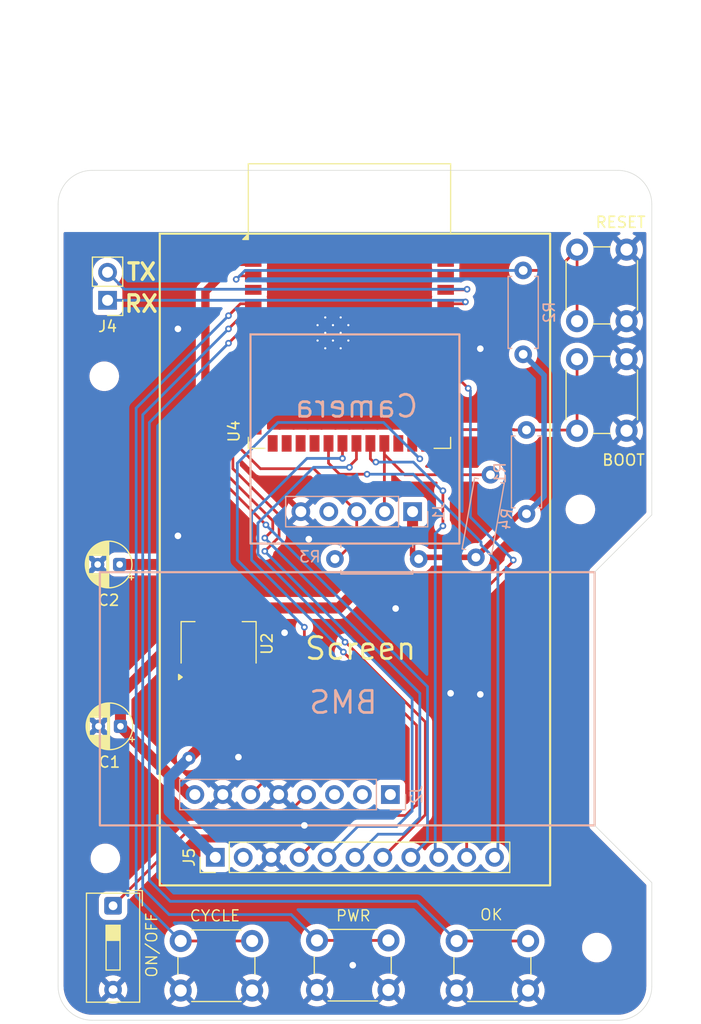
<source format=kicad_pcb>
(kicad_pcb (version 20241229) (generator "pcbnew") (generator_version "9.0")
  (title_block (title "IRview") (date "2025-07-24") (rev "2"))
  (layers (0 "F.Cu" signal) (2 "B.Cu" signal) (13 "F.Paste" user) (15 "B.Paste" user) (5 "F.SilkS" user "F.Silkscreen") (7 "B.SilkS" user "B.Silkscreen") (1 "F.Mask" user) (3 "B.Mask" user) (25 "Edge.Cuts" user))
  (net 0 "")
  (net 1 "GND")
  (net 2 "+3.3V")
  (net 3 "SCL")
  (net 4 "SDA")
  (net 6 "EN")
  (net 7 "LBO")
  (net 8 "+5V")
  (net 9 "Vs")
  (net 10 "USB")
  (net 11 "Bat")
  (net 12 "Net-(J4-Pin_1)")
  (net 13 "Net-(J4-Pin_2)")
  (net 14 "RST")
  (net 15 "CS")
  (net 16 "MOSI")
  (net 17 "MISO")
  (net 18 "D{slash}C")
  (net 19 "BL")
  (net 20 "SDCS")
  (net 21 "SCK")
  (net 23 "BT1")
  (net 24 "BT2")
  (net 25 "BT3")
  (net 26 "Net-(U4-EN)")
  (net 27 "Net-(U4-IO0)")
  (footprint "Button_Switch_THT:SW_DIP_SPSTx01_Slide_9.78x4.72mm_W7.62mm_P2.54mm" (layer "F.Cu") (at 73.2 118.1 -90)
    (property "Reference" "SW6" (hide yes))
    (property "Value" "SW_Push")
    (pad "1" thru_hole roundrect (at 0 0 270) (size 1.6 1.6) (drill 0.8) (layers "*.Cu" "*.Mask") (roundrect_rratio 0.15625) (net 6 "EN"))
    (pad "2" thru_hole circle (at 7.62 0 270) (size 1.6 1.6) (drill 0.8) (layers "*.Cu" "*.Mask") (net 1 "GND"))
  )
  (footprint "RF_Module:ESP32-S3-WROOM-1" (layer "F.Cu") (at 94.7 63.6)
    (property "Reference" "U4" (at -10.5 11.4 90) (layer "F.SilkS"))
    (property "Value" "ESP32-S3-WROOM-1")
    (pad "1" smd rect (at -8.75 -5.26) (size 1.5 0.9) (layers "F.Cu" "F.Mask" "F.Paste") (net 1 "GND"))
    (pad "2" smd rect (at -8.75 -3.99) (size 1.5 0.9) (layers "F.Cu" "F.Mask" "F.Paste") (net 2 "+3.3V"))
    (pad "3" smd rect (at -8.75 -2.72) (size 1.5 0.9) (layers "F.Cu" "F.Mask" "F.Paste") (net 26 "Net-(U4-EN)"))
    (pad "4" smd rect (at -8.75 -1.45) (size 1.5 0.9) (layers "F.Cu" "F.Mask" "F.Paste"))
    (pad "5" smd rect (at -8.75 -0.18) (size 1.5 0.9) (layers "F.Cu" "F.Mask" "F.Paste") (net 25 "BT3"))
    (pad "6" smd rect (at -8.75 1.09) (size 1.5 0.9) (layers "F.Cu" "F.Mask" "F.Paste") (net 24 "BT2"))
    (pad "7" smd rect (at -8.75 2.36) (size 1.5 0.9) (layers "F.Cu" "F.Mask" "F.Paste") (net 23 "BT1"))
    (pad "8" smd rect (at -8.75 3.63) (size 1.5 0.9) (layers "F.Cu" "F.Mask" "F.Paste") (net 14 "RST"))
    (pad "9" smd rect (at -8.75 4.9) (size 1.5 0.9) (layers "F.Cu" "F.Mask" "F.Paste") (net 16 "MOSI"))
    (pad "10" smd rect (at -8.75 6.17) (size 1.5 0.9) (layers "F.Cu" "F.Mask" "F.Paste") (net 17 "MISO"))
    (pad "11" smd rect (at -8.75 7.44) (size 1.5 0.9) (layers "F.Cu" "F.Mask" "F.Paste") (net 3 "SCL"))
    (pad "12" smd rect (at -8.75 8.71) (size 1.5 0.9) (layers "F.Cu" "F.Mask" "F.Paste"))
    (pad "13" smd rect (at -8.75 9.98) (size 1.5 0.9) (layers "F.Cu" "F.Mask" "F.Paste"))
    (pad "14" smd rect (at -8.75 11.25 180) (size 1.5 0.9) (layers "F.Cu" "F.Mask" "F.Paste"))
    (pad "15" smd rect (at -6.985 12.5 270) (size 1.5 0.9) (layers "F.Cu" "F.Mask" "F.Paste"))
    (pad "16" smd rect (at -5.715 12.5 270) (size 1.5 0.9) (layers "F.Cu" "F.Mask" "F.Paste"))
    (pad "17" smd rect (at -4.445 12.5 270) (size 1.5 0.9) (layers "F.Cu" "F.Mask" "F.Paste"))
    (pad "18" smd rect (at -3.175 12.5 270) (size 1.5 0.9) (layers "F.Cu" "F.Mask" "F.Paste"))
    (pad "19" smd rect (at -1.905 12.5 270) (size 1.5 0.9) (layers "F.Cu" "F.Mask" "F.Paste") (net 19 "BL"))
    (pad "20" smd rect (at -0.635 12.5 270) (size 1.5 0.9) (layers "F.Cu" "F.Mask" "F.Paste") (net 21 "SCK"))
    (pad "21" smd rect (at 0.635 12.5 270) (size 1.5 0.9) (layers "F.Cu" "F.Mask" "F.Paste") (net 15 "CS"))
    (pad "22" smd rect (at 1.905 12.5 270) (size 1.5 0.9) (layers "F.Cu" "F.Mask" "F.Paste") (net 18 "D{slash}C"))
    (pad "23" smd rect (at 3.175 12.5 270) (size 1.5 0.9) (layers "F.Cu" "F.Mask" "F.Paste") (net 4 "SDA"))
    (pad "24" smd rect (at 4.445 12.5 270) (size 1.5 0.9) (layers "F.Cu" "F.Mask" "F.Paste"))
    (pad "25" smd rect (at 5.715 12.5 270) (size 1.5 0.9) (layers "F.Cu" "F.Mask" "F.Paste") (net 7 "LBO"))
    (pad "26" smd rect (at 6.985 12.5 270) (size 1.5 0.9) (layers "F.Cu" "F.Mask" "F.Paste"))
    (pad "27" smd rect (at 8.75 11.25) (size 1.5 0.9) (layers "F.Cu" "F.Mask" "F.Paste") (net 27 "Net-(U4-IO0)"))
    (pad "28" smd rect (at 8.75 9.98) (size 1.5 0.9) (layers "F.Cu" "F.Mask" "F.Paste"))
    (pad "29" smd rect (at 8.75 8.71) (size 1.5 0.9) (layers "F.Cu" "F.Mask" "F.Paste"))
    (pad "30" smd rect (at 8.75 7.44) (size 1.5 0.9) (layers "F.Cu" "F.Mask" "F.Paste"))
    (pad "31" smd rect (at 8.75 6.17) (size 1.5 0.9) (layers "F.Cu" "F.Mask" "F.Paste") (net 20 "SDCS"))
    (pad "32" smd rect (at 8.75 4.9) (size 1.5 0.9) (layers "F.Cu" "F.Mask" "F.Paste"))
    (pad "33" smd rect (at 8.75 3.63) (size 1.5 0.9) (layers "F.Cu" "F.Mask" "F.Paste"))
    (pad "34" smd rect (at 8.75 2.36) (size 1.5 0.9) (layers "F.Cu" "F.Mask" "F.Paste"))
    (pad "35" smd rect (at 8.75 1.09) (size 1.5 0.9) (layers "F.Cu" "F.Mask" "F.Paste"))
    (pad "36" smd rect (at 8.75 -0.18) (size 1.5 0.9) (layers "F.Cu" "F.Mask" "F.Paste") (net 12 "Net-(J4-Pin_1)"))
    (pad "37" smd rect (at 8.75 -1.45) (size 1.5 0.9) (layers "F.Cu" "F.Mask" "F.Paste") (net 13 "Net-(J4-Pin_2)"))
    (pad "38" smd rect (at 8.75 -2.72) (size 1.5 0.9) (layers "F.Cu" "F.Mask" "F.Paste"))
    (pad "39" smd rect (at 8.75 -3.99) (size 1.5 0.9) (layers "F.Cu" "F.Mask" "F.Paste"))
    (pad "40" smd rect (at 8.75 -5.26) (size 1.5 0.9) (layers "F.Cu" "F.Mask" "F.Paste") (net 1 "GND"))
    (pad "41" thru_hole circle (at -2.9 1.76 90) (size 0.6 0.6) (drill 0.2) (property pad_prop_heatsink) (layers "*.Cu" "F.Mask") (net 1 "GND"))
    (pad "41" thru_hole circle (at -2.9 3.16) (size 0.6 0.6) (drill 0.2) (property pad_prop_heatsink) (layers "*.Cu" "F.Mask") (net 1 "GND"))
    (pad "41" thru_hole circle (at -2.2 1.06) (size 0.6 0.6) (drill 0.2) (property pad_prop_heatsink) (layers "*.Cu" "F.Mask") (net 1 "GND"))
    (pad "41" thru_hole circle (at -2.2 2.46) (size 0.6 0.6) (drill 0.2) (property pad_prop_heatsink) (layers "*.Cu" "F.Mask") (net 1 "GND"))
    (pad "41" thru_hole circle (at -2.2 3.86) (size 0.6 0.6) (drill 0.2) (property pad_prop_heatsink) (layers "*.Cu" "F.Mask") (net 1 "GND"))
    (pad "41" thru_hole circle (at -1.5 1.76) (size 0.6 0.6) (drill 0.2) (property pad_prop_heatsink) (layers "*.Cu" "F.Mask") (net 1 "GND"))
    (pad "41" smd rect (at -1.5 2.46 270) (size 3.9 3.9) (property pad_prop_heatsink) (layers "F.Cu" "F.Mask") (net 1 "GND"))
    (pad "41" thru_hole circle (at -1.5 3.16) (size 0.6 0.6) (drill 0.2) (property pad_prop_heatsink) (layers "*.Cu" "F.Mask") (net 1 "GND"))
    (pad "41" thru_hole circle (at -0.8 1.06) (size 0.6 0.6) (drill 0.2) (property pad_prop_heatsink) (layers "*.Cu" "F.Mask") (net 1 "GND"))
    (pad "41" thru_hole circle (at -0.8 2.46) (size 0.6 0.6) (drill 0.2) (property pad_prop_heatsink) (layers "*.Cu" "F.Mask") (net 1 "GND"))
    (pad "41" thru_hole circle (at -0.8 3.86) (size 0.6 0.6) (drill 0.2) (property pad_prop_heatsink) (layers "*.Cu" "F.Mask") (net 1 "GND"))
    (pad "41" thru_hole circle (at -0.1 1.76) (size 0.6 0.6) (drill 0.2) (property pad_prop_heatsink) (layers "*.Cu" "F.Mask") (net 1 "GND"))
    (pad "41" thru_hole circle (at -0.1 3.16) (size 0.6 0.6) (drill 0.2) (property pad_prop_heatsink) (layers "*.Cu" "F.Mask") (net 1 "GND"))
    (zone (net 0) (net_name "") (layers "F.Cu" "B.Cu") (connect_pads (clearance 0)) (min_thickness 0.254)
      (keepout (tracks not_allowed) (vias not_allowed) (pads not_allowed) (copperpour not_allowed) (footprints not_allowed))
      (fill (thermal_gap 0.508) (thermal_bridge_width 0.508))
      (polygon (pts (xy 70.7 56.85) (xy 118.7 56.85) (xy 118.7 35.85) (xy 70.7 35.85)))
    )
  )
  (footprint "Capacitor_THT:CP_Radial_D4.0mm_P2.00mm" (layer "F.Cu") (at 73.8726 101.8 180)
    (property "Reference" "C1" (at 1 -3.25 0) (layer "F.SilkS"))
    (property "Value" "10uf")
    (pad "1" thru_hole roundrect (at 0 0 180) (size 1.2 1.2) (drill 0.6) (layers "*.Cu" "*.Mask") (roundrect_rratio 0.208333) (net 8 "+5V"))
    (pad "2" thru_hole circle (at 2 0 180) (size 1.2 1.2) (drill 0.6) (layers "*.Cu" "*.Mask") (net 1 "GND"))
  )
  (footprint "Capacitor_THT:CP_Radial_D4.0mm_P2.00mm" (layer "F.Cu") (at 73.8 87.1 180)
    (property "Reference" "C2" (at 1 -3.25 0) (layer "F.SilkS"))
    (property "Value" "10uF")
    (pad "1" thru_hole roundrect (at 0 0 180) (size 1.2 1.2) (drill 0.6) (layers "*.Cu" "*.Mask") (roundrect_rratio 0.208333) (net 2 "+3.3V"))
    (pad "2" thru_hole circle (at 2 0 180) (size 1.2 1.2) (drill 0.6) (layers "*.Cu" "*.Mask") (net 1 "GND"))
  )
  (footprint "Button_Switch_THT:SW_PUSH_6mm" (layer "F.Cu") (at 104.45 121.3)
    (property "Reference" "SW1" (hide yes))
    (property "Value" "SW_Push")
    (pad "1" thru_hole circle (at 0 0 90) (size 2 2) (drill 1.1) (layers "*.Cu" "*.Mask") (net 23 "BT1"))
    (pad "1" thru_hole circle (at 6.5 0 90) (size 2 2) (drill 1.1) (layers "*.Cu" "*.Mask") (net 23 "BT1"))
    (pad "2" thru_hole circle (at 0 4.5 90) (size 2 2) (drill 1.1) (layers "*.Cu" "*.Mask") (net 1 "GND"))
    (pad "2" thru_hole circle (at 6.5 4.5 90) (size 2 2) (drill 1.1) (layers "*.Cu" "*.Mask") (net 1 "GND"))
  )
  (footprint "Button_Switch_THT:SW_PUSH_6mm" (layer "F.Cu") (at 91.75 121.25)
    (property "Reference" "SW2" (hide yes))
    (property "Value" "SW_Push")
    (pad "1" thru_hole circle (at 0 0 90) (size 2 2) (drill 1.1) (layers "*.Cu" "*.Mask") (net 24 "BT2"))
    (pad "1" thru_hole circle (at 6.5 0 90) (size 2 2) (drill 1.1) (layers "*.Cu" "*.Mask") (net 24 "BT2"))
    (pad "2" thru_hole circle (at 0 4.5 90) (size 2 2) (drill 1.1) (layers "*.Cu" "*.Mask") (net 1 "GND"))
    (pad "2" thru_hole circle (at 6.5 4.5 90) (size 2 2) (drill 1.1) (layers "*.Cu" "*.Mask") (net 1 "GND"))
  )
  (footprint "Button_Switch_THT:SW_PUSH_6mm" (layer "F.Cu") (at 79.35 121.3)
    (property "Reference" "SW3" (hide yes))
    (property "Value" "SW_Push")
    (pad "1" thru_hole circle (at 0 0 90) (size 2 2) (drill 1.1) (layers "*.Cu" "*.Mask") (net 25 "BT3"))
    (pad "1" thru_hole circle (at 6.5 0 90) (size 2 2) (drill 1.1) (layers "*.Cu" "*.Mask") (net 25 "BT3"))
    (pad "2" thru_hole circle (at 0 4.5 90) (size 2 2) (drill 1.1) (layers "*.Cu" "*.Mask") (net 1 "GND"))
    (pad "2" thru_hole circle (at 6.5 4.5 90) (size 2 2) (drill 1.1) (layers "*.Cu" "*.Mask") (net 1 "GND"))
  )
  (footprint "MountingHole:MountingHole_2.2mm_M2" (layer "F.Cu") (at 72.4 70)
    (property "Reference" "REF**" (hide yes))
    (property "Value" "MountingHole_2.2mm_M2")
    (pad "" np_thru_hole circle (at 0 0) (size 2.2 2.2) (drill 2.2) (layers "*.Cu" "*.Mask"))
  )
  (footprint "Button_Switch_THT:SW_PUSH_6mm_H4.3mm" (layer "F.Cu") (at 119.9 68.45 -90)
    (property "Reference" "SW4" (hide yes))
    (property "Value" "SW_Push")
    (pad "1" thru_hole circle (at 0 0) (size 2 2) (drill 1.1) (layers "*.Cu" "*.Mask") (net 1 "GND"))
    (pad "1" thru_hole circle (at 6.5 0) (size 2 2) (drill 1.1) (layers "*.Cu" "*.Mask") (net 1 "GND"))
    (pad "2" thru_hole circle (at 0 4.5) (size 2 2) (drill 1.1) (layers "*.Cu" "*.Mask") (net 27 "Net-(U4-IO0)"))
    (pad "2" thru_hole circle (at 6.5 4.5) (size 2 2) (drill 1.1) (layers "*.Cu" "*.Mask") (net 27 "Net-(U4-IO0)"))
  )
  (footprint "Button_Switch_THT:SW_PUSH_6mm_H4.3mm" (layer "F.Cu") (at 119.9 58.5 -90)
    (property "Reference" "SW5" (hide yes))
    (property "Value" "SW_Push")
    (pad "1" thru_hole circle (at 0 0) (size 2 2) (drill 1.1) (layers "*.Cu" "*.Mask") (net 1 "GND"))
    (pad "1" thru_hole circle (at 6.5 0) (size 2 2) (drill 1.1) (layers "*.Cu" "*.Mask") (net 1 "GND"))
    (pad "2" thru_hole circle (at 0 4.5) (size 2 2) (drill 1.1) (layers "*.Cu" "*.Mask") (net 26 "Net-(U4-EN)"))
    (pad "2" thru_hole circle (at 6.5 4.5) (size 2 2) (drill 1.1) (layers "*.Cu" "*.Mask") (net 26 "Net-(U4-EN)"))
  )
  (footprint "Package_TO_SOT_SMD:SOT-223-3_TabPin2" (layer "F.Cu") (at 82.8 94.2 90)
    (property "Reference" "U2" (at -0.1 4.4 90) (layer "F.SilkS"))
    (property "Value" "AMS1117-3.3")
    (pad "1" smd roundrect (at -3.15 -2.3 90) (size 2 1.5) (layers "F.Cu" "F.Mask" "F.Paste") (net 1 "GND"))
    (pad "2" smd roundrect (at -3.15 0 90) (size 2 1.5) (layers "F.Cu" "F.Mask" "F.Paste") (net 2 "+3.3V"))
    (pad "2" smd roundrect (at 3.15 0 90) (size 2 3.8) (layers "F.Cu" "F.Mask" "F.Paste") (net 2 "+3.3V"))
    (pad "3" smd roundrect (at -3.15 2.3 90) (size 2 1.5) (layers "F.Cu" "F.Mask" "F.Paste") (net 8 "+5V"))
  )
  (footprint "MountingHole:MountingHole_2.2mm_M2" (layer "F.Cu") (at 72.5 113.8)
    (property "Reference" "REF**" (hide yes))
    (property "Value" "MountingHole_2.2mm_M2")
    (pad "" np_thru_hole circle (at 0 0) (size 2.2 2.2) (drill 2.2) (layers "*.Cu" "*.Mask"))
  )
  (footprint "MountingHole:MountingHole_2.2mm_M2" (layer "F.Cu") (at 117.2 121.9)
    (property "Reference" "REF**" (hide yes))
    (property "Value" "MountingHole_2.2mm_M2")
    (pad "" np_thru_hole circle (at 0 0) (size 2.2 2.2) (drill 2.2) (layers "*.Cu" "*.Mask"))
  )
  (footprint "MountingHole:MountingHole_2.2mm_M2" (layer "F.Cu") (at 115.7 82.1)
    (property "Reference" "REF**" (hide yes))
    (property "Value" "MountingHole_2.2mm_M2")
    (pad "" np_thru_hole circle (at 0 0) (size 2.2 2.2) (drill 2.2) (layers "*.Cu" "*.Mask"))
  )
  (footprint "Connector_PinHeader_2.54mm:PinHeader_1x02_P2.54mm_Vertical" (layer "F.Cu") (at 72.7 63.1 180)
    (property "Reference" "J4" (at 0 -2.38 0) (layer "F.SilkS"))
    (property "Value" "Conn_01x02_Pin")
    (pad "1" thru_hole rect (at 0 0 180) (size 1.7 1.7) (drill 1) (layers "*.Cu" "*.Mask") (net 12 "Net-(J4-Pin_1)"))
    (pad "2" thru_hole circle (at 0 2.54 180) (size 1.7 1.7) (drill 1) (layers "*.Cu" "*.Mask") (net 13 "Net-(J4-Pin_2)"))
  )
  (footprint "Connector_PinHeader_2.54mm:PinHeader_1x11_P2.54mm_Vertical" (layer "F.Cu") (at 82.5 113.7 90)
    (property "Reference" "J5" (at 0 -2.38 90) (layer "F.SilkS"))
    (property "Value" "Conn_01x11_Pin")
    (pad "1" thru_hole rect (at 0 0 90) (size 1.7 1.7) (drill 1) (layers "*.Cu" "*.Mask") (net 2 "+3.3V"))
    (pad "2" thru_hole circle (at 0 2.54 90) (size 1.7 1.7) (drill 1) (layers "*.Cu" "*.Mask"))
    (pad "3" thru_hole circle (at 0 5.08 90) (size 1.7 1.7) (drill 1) (layers "*.Cu" "*.Mask") (net 1 "GND"))
    (pad "4" thru_hole circle (at 0 7.62 90) (size 1.7 1.7) (drill 1) (layers "*.Cu" "*.Mask") (net 21 "SCK"))
    (pad "5" thru_hole circle (at 0 10.16 90) (size 1.7 1.7) (drill 1) (layers "*.Cu" "*.Mask") (net 17 "MISO"))
    (pad "6" thru_hole circle (at 0 12.7 90) (size 1.7 1.7) (drill 1) (layers "*.Cu" "*.Mask") (net 16 "MOSI"))
    (pad "7" thru_hole circle (at 0 15.24 90) (size 1.7 1.7) (drill 1) (layers "*.Cu" "*.Mask") (net 15 "CS"))
    (pad "8" thru_hole circle (at 0 17.78 90) (size 1.7 1.7) (drill 1) (layers "*.Cu" "*.Mask") (net 14 "RST"))
    (pad "9" thru_hole circle (at 0 20.32 90) (size 1.7 1.7) (drill 1) (layers "*.Cu" "*.Mask") (net 18 "D{slash}C"))
    (pad "10" thru_hole circle (at 0 22.86 90) (size 1.7 1.7) (drill 1) (layers "*.Cu" "*.Mask") (net 20 "SDCS"))
    (pad "11" thru_hole circle (at 0 25.4 90) (size 1.7 1.7) (drill 1) (layers "*.Cu" "*.Mask") (net 19 "BL"))
  )
  (footprint "Resistor_THT:R_Axial_DIN0207_L6.3mm_D2.5mm_P7.62mm_Horizontal" (layer "B.Cu") (at 101 86.6 180)
    (property "Reference" "R3" (at 9.9 0.2 0) (layer "B.SilkS") (effects (justify mirror)))
    (property "Value" "4.7k")
    (pad "1" thru_hole circle (at 0 0 180) (size 1.6 1.6) (drill 0.8) (layers "*.Cu" "*.Mask") (net 2 "+3.3V"))
    (pad "2" thru_hole circle (at 7.62 0 180) (size 1.6 1.6) (drill 0.8) (layers "*.Cu" "*.Mask") (net 3 "SCL"))
  )
  (footprint "Connector_PinHeader_2.54mm:PinHeader_1x05_P2.54mm_Vertical" (layer "B.Cu") (at 100.44 82.3 90)
    (property "Reference" "J1" (at 0 2.38 90) (layer "B.SilkS") (effects (justify mirror)))
    (property "Value" "Conn_01x05_Pin")
    (pad "1" thru_hole rect (at 0 0 90) (size 1.7 1.7) (drill 1) (layers "*.Cu" "*.Mask") (net 2 "+3.3V"))
    (pad "2" thru_hole circle (at 0 -2.54 90) (size 1.7 1.7) (drill 1) (layers "*.Cu" "*.Mask") (net 4 "SDA"))
    (pad "3" thru_hole circle (at 0 -5.08 90) (size 1.7 1.7) (drill 1) (layers "*.Cu" "*.Mask") (net 3 "SCL"))
    (pad "4" thru_hole circle (at 0 -7.62 90) (size 1.7 1.7) (drill 1) (layers "*.Cu" "*.Mask"))
    (pad "5" thru_hole circle (at 0 -10.16 90) (size 1.7 1.7) (drill 1) (layers "*.Cu" "*.Mask") (net 1 "GND"))
  )
  (footprint "Resistor_THT:R_Axial_DIN0207_L6.3mm_D2.5mm_P7.62mm_Horizontal" (layer "B.Cu") (at 107.523199 78.947883 -100)
    (property "Reference" "R4" (at 3.71 -2.099999 80) (layer "B.SilkS") (effects (justify mirror)))
    (property "Value" "4.7k")
    (pad "1" thru_hole circle (at 0 0 260) (size 1.6 1.6) (drill 0.8) (layers "*.Cu" "*.Mask") (net 4 "SDA"))
    (pad "2" thru_hole circle (at 7.62 0 260) (size 1.6 1.6) (drill 0.8) (layers "*.Cu" "*.Mask") (net 2 "+3.3V"))
  )
  (footprint "Resistor_THT:R_Axial_DIN0207_L6.3mm_D2.5mm_P7.62mm_Horizontal" (layer "B.Cu") (at 110.5 68.01 90)
    (property "Reference" "R2" (at 3.81 2.37 90) (layer "B.SilkS") (effects (justify mirror)))
    (property "Value" "10k")
    (pad "1" thru_hole circle (at 0 0 90) (size 1.6 1.6) (drill 0.8) (layers "*.Cu" "*.Mask") (net 2 "+3.3V"))
    (pad "2" thru_hole circle (at 7.62 0 90) (size 1.6 1.6) (drill 0.8) (layers "*.Cu" "*.Mask") (net 26 "Net-(U4-EN)"))
  )
  (footprint "Resistor_THT:R_Axial_DIN0207_L6.3mm_D2.5mm_P7.62mm_Horizontal" (layer "B.Cu") (at 110.8 82.5 90)
    (property "Reference" "R1" (at 3.71 -2.4 90) (layer "B.SilkS") (effects (justify mirror)))
    (property "Value" "10k")
    (pad "1" thru_hole circle (at 0 0 90) (size 1.6 1.6) (drill 0.8) (layers "*.Cu" "*.Mask") (net 2 "+3.3V"))
    (pad "2" thru_hole circle (at 7.62 0 90) (size 1.6 1.6) (drill 0.8) (layers "*.Cu" "*.Mask") (net 27 "Net-(U4-IO0)"))
  )
  (footprint "Connector_PinHeader_2.54mm:PinHeader_1x08_P2.54mm_Vertical" (layer "B.Cu") (at 98.42 108 90)
    (property "Reference" "J2" (at 0 2.38 90) (layer "B.SilkS") (effects (justify mirror)))
    (property "Value" "Conn_01x08_Pin")
    (pad "1" thru_hole rect (at 0 0 90) (size 1.7 1.7) (drill 1) (layers "*.Cu" "*.Mask") (net 10 "USB"))
    (pad "2" thru_hole circle (at 0 -2.54 90) (size 1.7 1.7) (drill 1) (layers "*.Cu" "*.Mask") (net 11 "Bat"))
    (pad "3" thru_hole circle (at 0 -5.08 90) (size 1.7 1.7) (drill 1) (layers "*.Cu" "*.Mask") (net 9 "Vs"))
    (pad "4" thru_hole circle (at 0 -7.62 90) (size 1.7 1.7) (drill 1) (layers "*.Cu" "*.Mask") (net 6 "EN"))
    (pad "5" thru_hole circle (at 0 -10.16 90) (size 1.7 1.7) (drill 1) (layers "*.Cu" "*.Mask") (net 1 "GND"))
    (pad "6" thru_hole circle (at 0 -12.7 90) (size 1.7 1.7) (drill 1) (layers "*.Cu" "*.Mask") (net 7 "LBO"))
    (pad "7" thru_hole circle (at 0 -15.24 90) (size 1.7 1.7) (drill 1) (layers "*.Cu" "*.Mask") (net 1 "GND"))
    (pad "8" thru_hole circle (at 0 -17.78 90) (size 1.7 1.7) (drill 1) (layers "*.Cu" "*.Mask") (net 8 "+5V"))
  )
  (gr_rect (start 77.45 57.05) (end 112.95 116.25) (stroke (width 0.2)) (fill no) (layer "F.SilkS"))
  (gr_rect (start 85.7 66.2) (end 104.7 85.2) (stroke (width 0.2)) (fill no) (layer "B.SilkS"))
  (gr_rect (start 72 87.8) (end 117 110.8) (stroke (width 0.2)) (fill no) (layer "B.SilkS"))
  (gr_line (start 119.1 128.5) (end 71.3 128.5) (stroke (width 0.05)) (layer "Edge.Cuts"))
  (gr_arc (start 68.2 54.4) (mid 69.107969 52.207969) (end 71.3 51.3) (stroke (width 0.05)) (layer "Edge.Cuts"))
  (gr_line (start 117 87.8) (end 122.2 82.6) (stroke (width 0.05)) (layer "Edge.Cuts"))
  (gr_line (start 68.2 125.4) (end 68.2 54.4) (stroke (width 0.05)) (layer "Edge.Cuts"))
  (gr_line (start 117 110.8) (end 117 87.8) (stroke (width 0.05)) (layer "Edge.Cuts"))
  (gr_line (start 71.3 51.3) (end 119.1 51.3) (stroke (width 0.05)) (layer "Edge.Cuts"))
  (gr_arc (start 122.2 125.4) (mid 121.292031 127.592031) (end 119.1 128.5) (stroke (width 0.05)) (layer "Edge.Cuts"))
  (gr_line (start 122.2 82.6) (end 122.2 78.8) (stroke (width 0.05)) (layer "Edge.Cuts"))
  (gr_arc (start 119.1 51.3) (mid 121.292031 52.207969) (end 122.2 54.4) (stroke (width 0.05)) (layer "Edge.Cuts"))
  (gr_line (start 122.2 116) (end 122.2 125.4) (stroke (width 0.05)) (layer "Edge.Cuts"))
  (gr_line (start 117 110.8) (end 122.2 116) (stroke (width 0.05)) (layer "Edge.Cuts"))
  (gr_line (start 122.2 54.4) (end 122.2 78.8) (stroke (width 0.05)) (layer "Edge.Cuts"))
  (gr_arc (start 71.3 128.5) (mid 69.107969 127.592031) (end 68.2 125.4) (stroke (width 0.05)) (layer "Edge.Cuts"))
  (gr_text "Screen" (at 90.5 95.9 0) (layer "F.SilkS") (effects (font (size 2 2) (thickness 0.25)) (justify left bottom)))
  (gr_text "PWR" (at 93.4 119.6 0) (layer "F.SilkS") (effects (font (size 1 1) (thickness 0.125)) (justify left bottom)))
  (gr_text "ON/OFF" (at 77.3 124.7 90) (layer "F.SilkS") (effects (font (size 1 1) (thickness 0.125)) (justify left bottom)))
  (gr_text "RX" (at 74.1 64.3 0) (layer "F.SilkS") (effects (font (size 1.5 1.5) (thickness 0.3) (bold yes)) (justify left bottom)))
  (gr_text "OK" (at 106.5 119.5 0) (layer "F.SilkS") (effects (font (size 1 1) (thickness 0.125)) (justify left bottom)))
  (gr_text "CYCLE" (at 80.1 119.6 0) (layer "F.SilkS") (effects (font (size 1 1) (thickness 0.125)) (justify left bottom)))
  (gr_text "TX" (at 74.3 61.4 0) (layer "F.SilkS") (effects (font (size 1.5 1.5) (thickness 0.3) (bold yes)) (justify left bottom)))
  (gr_text "BOOT" (at 117.6 78.2 0) (layer "F.SilkS") (effects (font (size 1 1)) (justify left bottom)))
  (gr_text "RESET" (at 117 56.6 0) (layer "F.SilkS") (effects (font (size 1 1)) (justify left bottom)))
  (gr_text "BMS" (at 97.4 100.8 -0) (layer "B.SilkS") (effects (font (size 2 2) (thickness 0.25)) (justify left bottom mirror)))
  (gr_text "Camera" (at 101.1 73.9 -0) (layer "B.SilkS") (effects (font (size 2 2) (thickness 0.25)) (justify left bottom mirror)))
  (via (at 106.6 67.5) (size 1.2) (drill 0.6) (layers "F.Cu" "B.Cu") (net 1))
  (via (at 79.1 84.5) (size 1.2) (drill 0.6) (layers "F.Cu" "B.Cu") (net 1))
  (via (at 79.1 65.7) (size 1.2) (drill 0.6) (layers "F.Cu" "B.Cu") (net 1))
  (via (at 95 123.5) (size 1.2) (drill 0.6) (layers "F.Cu" "B.Cu") (net 1))
  (via (at 90.6 110.8) (size 1.2) (drill 0.6) (layers "F.Cu" "B.Cu") (net 1))
  (via (at 98.9 91.1) (size 1.2) (drill 0.6) (layers "F.Cu" "B.Cu") (net 1))
  (via (at 88.8 93.3) (size 1.2) (drill 0.6) (layers "F.Cu" "B.Cu") (net 1))
  (via (at 106.6 98.9) (size 1.2) (drill 0.6) (layers "F.Cu" "B.Cu") (net 1))
  (via (at 84.6 104.6) (size 1.2) (drill 0.6) (layers "F.Cu" "B.Cu") (net 1))
  (via (at 91 84.8) (size 1.2) (drill 0.6) (layers "F.Cu" "B.Cu") (net 1))
  (via (at 103.9 98.8) (size 1.2) (drill 0.6) (layers "F.Cu" "B.Cu") (net 1))
  (segment (start 106.2 86.452118) (end 110.152118 82.5) (width 0.5) (layer "F.Cu") (net 2))
  (segment (start 87.4 98.6) (end 87.4 95.65) (width 1) (layer "F.Cu") (net 2))
  (segment (start 78.85 87.1) (end 82.8 91.05) (width 1) (layer "F.Cu") (net 2))
  (segment (start 81.6 62.3) (end 81.6 89.85) (width 0.75) (layer "F.Cu") (net 2))
  (segment (start 86.3 99.7) (end 87.4 98.6) (width 1) (layer "F.Cu") (net 2))
  (segment (start 100.44 84.36) (end 100.44 82.3) (width 1) (layer "F.Cu") (net 2))
  (segment (start 100.44 86.24) (end 100.44 82.3) (width 0.5) (layer "F.Cu") (net 2))
  (segment (start 101.347882 86.452118) (end 106.2 86.452118) (width 0.5) (layer "F.Cu") (net 2))
  (segment (start 82.8 97.35) (end 82.8 102) (width 1) (layer "F.Cu") (net 2))
  (segment (start 85.95 59.61) (end 84.29 59.61) (width 0.75) (layer "F.Cu") (net 2))
  (segment (start 82.8 102) (end 80.1 104.7) (width 1) (layer "F.Cu") (net 2))
  (segment (start 110.152118 82.5) (end 110.8 82.5) (width 0.5) (layer "F.Cu") (net 2))
  (segment (start 81.6 89.85) (end 82.8 91.05) (width 0.75) (layer "F.Cu") (net 2))
  (segment (start 82.8 97.35) (end 82.8 98.3) (width 1) (layer "F.Cu") (net 2))
  (segment (start 82.8 91.05) (end 93.75 91.05) (width 1) (layer "F.Cu") (net 2))
  (segment (start 87.4 95.65) (end 82.8 91.05) (width 1) (layer "F.Cu") (net 2))
  (segment (start 93.75 91.05) (end 100.44 84.36) (width 1) (layer "F.Cu") (net 2))
  (segment (start 73.8 87.1) (end 78.85 87.1) (width 1) (layer "F.Cu") (net 2))
  (segment (start 84.29 59.61) (end 81.6 62.3) (width 0.75) (layer "F.Cu") (net 2))
  (segment (start 84.2 99.7) (end 86.3 99.7) (width 1) (layer "F.Cu") (net 2))
  (segment (start 101 86.8) (end 100.44 86.24) (width 0.5) (layer "F.Cu") (net 2))
  (segment (start 82.8 98.3) (end 84.2 99.7) (width 1) (layer "F.Cu") (net 2))
  (via (at 80.1 104.7) (size 1.2) (drill 0.6) (layers "F.Cu" "B.Cu") (net 2))
  (segment (start 78.3 109.5) (end 82.5 113.7) (width 1) (layer "B.Cu") (net 2))
  (segment (start 112.4 80.9) (end 112.4 69.91) (width 0.5) (layer "B.Cu") (net 2))
  (segment (start 110.8 82.5) (end 112.4 80.9) (width 0.5) (layer "B.Cu") (net 2))
  (segment (start 112.4 69.91) (end 110.5 68.01) (width 0.5) (layer "B.Cu") (net 2))
  (segment (start 78.3 106.5) (end 78.3 109.5) (width 1) (layer "B.Cu") (net 2))
  (segment (start 80.1 104.7) (end 78.3 106.5) (width 1) (layer "B.Cu") (net 2))
  (segment (start 84.7 71.9) (end 85.56 71.04) (width 0.25) (layer "F.Cu") (net 3))
  (segment (start 95.36 82.3) (end 91.46 78.4) (width 0.25) (layer "F.Cu") (net 3))
  (segment (start 95.36 84.82) (end 93.38 86.8) (width 0.25) (layer "F.Cu") (net 3))
  (segment (start 84.7 76.5) (end 84.7 71.9) (width 0.25) (layer "F.Cu") (net 3))
  (segment (start 86.6 78.4) (end 84.7 76.5) (width 0.25) (layer "F.Cu") (net 3))
  (segment (start 95.36 82.3) (end 95.36 84.82) (width 0.25) (layer "F.Cu") (net 3))
  (segment (start 91.46 78.4) (end 86.6 78.4) (width 0.25) (layer "F.Cu") (net 3))
  (segment (start 107.523199 78.947883) (end 99.722883 78.947883) (width 0.25) (layer "F.Cu") (net 4))
  (segment (start 97.875 77.1) (end 97.875 76.1) (width 0.25) (layer "F.Cu") (net 4))
  (segment (start 97.875 76.1) (end 97.875 82.275) (width 0.25) (layer "F.Cu") (net 4))
  (segment (start 99.722883 78.947883) (end 97.875 77.1) (width 0.25) (layer "F.Cu") (net 4))
  (segment (start 80.3 111) (end 73.2 118.1) (width 0.25) (layer "F.Cu") (net 6))
  (segment (start 90.8 108) (end 87.8 111) (width 0.25) (layer "F.Cu") (net 6))
  (segment (start 87.8 111) (end 80.3 111) (width 0.25) (layer "F.Cu") (net 6))
  (segment (start 85.72 108) (end 90.6 103.12) (width 0.25) (layer "F.Cu") (net 7))
  (segment (start 101.1 77.5) (end 100.415 76.815) (width 0.25) (layer "F.Cu") (net 7))
  (segment (start 100.415 76.815) (end 100.415 76.1) (width 0.25) (layer "F.Cu") (net 7))
  (segment (start 90.6 103.12) (end 90.6 92.8) (width 0.25) (layer "F.Cu") (net 7))
  (via (at 90.6 92.8) (size 0.6) (drill 0.3) (layers "F.Cu" "B.Cu") (net 7))
  (via (at 101.1 77.5) (size 0.6) (drill 0.3) (layers "F.Cu" "B.Cu") (net 7))
  (segment (start 101.1 77.5) (end 97.8 74.2) (width 0.25) (layer "B.Cu") (net 7))
  (segment (start 84.5 77.9) (end 84.5 86.7) (width 0.25) (layer "B.Cu") (net 7))
  (segment (start 97.8 74.2) (end 88.2 74.2) (width 0.25) (layer "B.Cu") (net 7))
  (segment (start 84.5 86.7) (end 90.6 92.8) (width 0.25) (layer "B.Cu") (net 7))
  (segment (start 88.2 74.2) (end 84.5 77.9) (width 0.25) (layer "B.Cu") (net 7))
  (segment (start 73.8726 101.8) (end 73.8726 98.9274) (width 1) (layer "F.Cu") (net 8))
  (segment (start 73.8726 98.9274) (end 78.2 94.6) (width 1) (layer "F.Cu") (net 8))
  (segment (start 83.35 94.6) (end 85.1 96.35) (width 1) (layer "F.Cu") (net 8))
  (segment (start 80.0726 108) (end 73.8726 101.8) (width 1) (layer "F.Cu") (net 8))
  (segment (start 78.2 94.6) (end 83.35 94.6) (width 1) (layer "F.Cu") (net 8))
  (segment (start 80.64 108) (end 80.0726 108) (width 1) (layer "F.Cu") (net 8))
  (segment (start 85.1 96.35) (end 85.1 97.35) (width 1) (layer "F.Cu") (net 8))
  (segment (start 105.25 63.25) (end 105.08 63.42) (width 0.25) (layer "F.Cu") (net 12))
  (segment (start 105.08 63.42) (end 103.45 63.42) (width 0.25) (layer "F.Cu") (net 12))
  (via (at 105.25 63.25) (size 0.6) (drill 0.3) (layers "F.Cu" "B.Cu") (net 12))
  (segment (start 105.1 63.1) (end 72.7 63.1) (width 0.25) (layer "B.Cu") (net 12))
  (segment (start 105.25 63.25) (end 105.1 63.1) (width 0.25) (layer "B.Cu") (net 12))
  (segment (start 103.45 62.15) (end 105.35 62.15) (width 0.25) (layer "F.Cu") (net 13))
  (segment (start 105.35 62.15) (end 105.4 62.1) (width 0.25) (layer "F.Cu") (net 13))
  (via (at 105.4 62.1) (size 0.6) (drill 0.3) (layers "F.Cu" "B.Cu") (net 13))
  (segment (start 105.4 62.1) (end 74.24 62.1) (width 0.25) (layer "B.Cu") (net 13))
  (segment (start 74.24 62.1) (end 72.7 60.56) (width 0.25) (layer "B.Cu") (net 13))
  (segment (start 82.9 79.3) (end 82.9 69.698) (width 0.25) (layer "F.Cu") (net 14))
  (segment (start 87.1 83.5) (end 82.9 79.3) (width 0.25) (layer "F.Cu") (net 14))
  (segment (start 82.9 69.698) (end 85.368 67.23) (width 0.25) (layer "F.Cu") (net 14))
  (via (at 87.1 83.5) (size 0.6) (drill 0.3) (layers "F.Cu" "B.Cu") (net 14))
  (segment (start 100.28 113.7) (end 101.8 112.18) (width 0.25) (layer "B.Cu") (net 14))
  (segment (start 101.8 112.18) (end 101.8 98.2) (width 0.25) (layer "B.Cu") (net 14))
  (segment (start 101.8 98.2) (end 87.1 83.5) (width 0.25) (layer "B.Cu") (net 14))
  (segment (start 94.7 78.275) (end 94.7 78.17) (width 0.25) (layer "F.Cu") (net 15))
  (segment (start 101.6 109.84) (end 97.74 113.7) (width 0.25) (layer "F.Cu") (net 15))
  (segment (start 101.6 101.4) (end 101.6 109.84) (width 0.25) (layer "F.Cu") (net 15))
  (segment (start 94.358058 94.158058) (end 101.6 101.4) (width 0.25) (layer "F.Cu") (net 15))
  (segment (start 94.7 78.17) (end 95.335 77.535) (width 0.25) (layer "F.Cu") (net 15))
  (segment (start 95.335 77.535) (end 95.335 76.1) (width 0.25) (layer "F.Cu") (net 15))
  (segment (start 94.3 94.158058) (end 94.358058 94.158058) (width 0.25) (layer "F.Cu") (net 15))
  (via (at 94.3 94.158058) (size 0.6) (drill 0.3) (layers "F.Cu" "B.Cu") (net 15))
  (via (at 94.7 78.275) (size 0.6) (drill 0.3) (layers "F.Cu" "B.Cu") (net 15))
  (segment (start 94.141942 93.941942) (end 86.374 86.174) (width 0.25) (layer "B.Cu") (net 15))
  (segment (start 91.439702 78.275) (end 94.7 78.275) (width 0.25) (layer "B.Cu") (net 15))
  (segment (start 86.374 83.340702) (end 91.439702 78.275) (width 0.25) (layer "B.Cu") (net 15))
  (segment (start 94.141942 94) (end 94.141942 93.941942) (width 0.25) (layer "B.Cu") (net 15))
  (segment (start 94.3 94.158058) (end 94.141942 94) (width 0.25) (layer "B.Cu") (net 15))
  (segment (start 86.374 86.174) (end 86.374 83.340702) (width 0.25) (layer "B.Cu") (net 15))
  (segment (start 87.726 83.974) (end 87.726 83.126) (width 0.25) (layer "F.Cu") (net 16))
  (segment (start 87 84.7) (end 87.726 83.974) (width 0.25) (layer "F.Cu") (net 16))
  (segment (start 83.5 70.368) (end 85.368 68.5) (width 0.25) (layer "F.Cu") (net 16))
  (segment (start 83.5 78.9) (end 83.5 70.368) (width 0.25) (layer "F.Cu") (net 16))
  (segment (start 87.726 83.126) (end 83.5 78.9) (width 0.25) (layer "F.Cu") (net 16))
  (via (at 87 84.7) (size 0.6) (drill 0.3) (layers "F.Cu" "B.Cu") (net 16))
  (segment (start 101.1 110.1) (end 101.1 98.8) (width 0.25) (layer "B.Cu") (net 16))
  (segment (start 101.1 98.8) (end 87 84.7) (width 0.25) (layer "B.Cu") (net 16))
  (segment (start 99.6 111.6) (end 101.1 110.1) (width 0.25) (layer "B.Cu") (net 16))
  (segment (start 97.3 111.6) (end 99.6 111.6) (width 0.25) (layer "B.Cu") (net 16))
  (segment (start 95.2 113.7) (end 97.3 111.6) (width 0.25) (layer "B.Cu") (net 16))
  (segment (start 88.3 84.6) (end 88.3 82.6) (width 0.25) (layer "F.Cu") (net 17))
  (segment (start 84.1 78.4) (end 84.1 71.038) (width 0.25) (layer "F.Cu") (net 17))
  (segment (start 88.3 82.6) (end 84.1 78.4) (width 0.25) (layer "F.Cu") (net 17))
  (segment (start 87 85.9) (end 88.3 84.6) (width 0.25) (layer "F.Cu") (net 17))
  (segment (start 84.1 71.038) (end 85.368 69.77) (width 0.25) (layer "F.Cu") (net 17))
  (via (at 87 85.9) (size 0.6) (drill 0.3) (layers "F.Cu" "B.Cu") (net 17))
  (segment (start 92.66 113.7) (end 95.46 110.9) (width 0.25) (layer "B.Cu") (net 17))
  (segment (start 100.4 109.5) (end 100.4 99.3) (width 0.25) (layer "B.Cu") (net 17))
  (segment (start 95.46 110.9) (end 99 110.9) (width 0.25) (layer "B.Cu") (net 17))
  (segment (start 99 110.9) (end 100.4 109.5) (width 0.25) (layer "B.Cu") (net 17))
  (segment (start 100.4 99.3) (end 87 85.9) (width 0.25) (layer "B.Cu") (net 17))
  (segment (start 96.605 77.505) (end 96.605 76.1) (width 0.25) (layer "F.Cu") (net 18))
  (segment (start 96.9 77.8) (end 96.605 77.505) (width 0.25) (layer "F.Cu") (net 18))
  (segment (start 97.1 77.8) (end 96.9 77.8) (width 0.25) (layer "F.Cu") (net 18))
  (segment (start 103.2 80.4) (end 103.2 83.6) (width 0.25) (layer "F.Cu") (net 18))
  (via (at 103.2 83.6) (size 0.6) (drill 0.3) (layers "F.Cu" "B.Cu") (net 18))
  (via (at 97.1 77.8) (size 0.6) (drill 0.3) (layers "F.Cu" "B.Cu") (net 18))
  (via (at 103.2 80.4) (size 0.6) (drill 0.3) (layers "F.Cu" "B.Cu") (net 18))
  (segment (start 100.514702 77.8) (end 97.1 77.8) (width 0.25) (layer "B.Cu") (net 18))
  (segment (start 103.114702 80.4) (end 100.514702 77.8) (width 0.25) (layer "B.Cu") (net 18))
  (segment (start 102.5 84.3) (end 103.2 83.6) (width 0.25) (layer "B.Cu") (net 18))
  (segment (start 103.2 80.4) (end 103.114702 80.4) (width 0.25) (layer "B.Cu") (net 18))
  (segment (start 102.5 113.38) (end 102.5 84.3) (width 0.25) (layer "B.Cu") (net 18))
  (segment (start 96.3 78.9) (end 93.8 78.9) (width 0.25) (layer "F.Cu") (net 19))
  (segment (start 93.8 78.9) (end 92.795 77.895) (width 0.25) (layer "F.Cu") (net 19))
  (segment (start 92.795 77.895) (end 92.795 76.1) (width 0.25) (layer "F.Cu") (net 19))
  (via (at 96.3 78.9) (size 0.6) (drill 0.3) (layers "F.Cu" "B.Cu") (net 19))
  (segment (start 100.5 78.9) (end 106.666405 85.066405) (width 0.25) (layer "B.Cu") (net 19))
  (segment (start 107.326 86.011298) (end 108.2 86.885298) (width 0.25) (layer "B.Cu") (net 19))
  (segment (start 106.666405 85.066405) (end 106.666405 85.326118) (width 0.25) (layer "B.Cu") (net 19))
  (segment (start 106.666405 85.326118) (end 107.326 85.985713) (width 0.25) (layer "B.Cu") (net 19))
  (segment (start 96.3 78.9) (end 100.5 78.9) (width 0.25) (layer "B.Cu") (net 19))
  (segment (start 108.2 86.885298) (end 108.2 113.4) (width 0.25) (layer "B.Cu") (net 19))
  (segment (start 107.326 85.985713) (end 107.326 86.011298) (width 0.25) (layer "B.Cu") (net 19))
  (segment (start 105.5 71.1) (end 104.17 69.77) (width 0.25) (layer "F.Cu") (net 20))
  (segment (start 109.6 86.7) (end 109.6 86.8) (width 0.25) (layer "F.Cu") (net 20))
  (segment (start 109.6 86.8) (end 105.36 91.04) (width 0.25) (layer "F.Cu") (net 20))
  (segment (start 105.36 91.04) (end 105.36 113.7) (width 0.25) (layer "F.Cu") (net 20))
  (segment (start 104.17 69.77) (end 103.45 69.77) (width 0.25) (layer "F.Cu") (net 20))
  (via (at 109.6 86.7) (size 0.6) (drill 0.3) (layers "F.Cu" "B.Cu") (net 20))
  (via (at 105.5 71.1) (size 0.6) (drill 0.3) (layers "F.Cu" "B.Cu") (net 20))
  (segment (start 109.6 86.7) (end 105.7 82.8) (width 0.25) (layer "B.Cu") (net 20))
  (segment (start 105.7 71.3) (end 105.5 71.1) (width 0.25) (layer "B.Cu") (net 20))
  (segment (start 105.7 82.8) (end 105.7 71.3) (width 0.25) (layer "B.Cu") (net 20))
  (segment (start 93.92 109.9) (end 90.12 113.7) (width 0.25) (layer "F.Cu") (net 21))
  (segment (start 100.8 101.7) (end 100.8 109) (width 0.25) (layer "F.Cu") (net 21))
  (segment (start 100.8 109) (end 100.7 109) (width 0.25) (layer "F.Cu") (net 21))
  (segment (start 94.065 77.465) (end 94.065 76.1) (width 0.25) (layer "F.Cu") (net 21))
  (segment (start 99.8 109.9) (end 93.92 109.9) (width 0.25) (layer "F.Cu") (net 21))
  (segment (start 94.15 95.05) (end 100.8 101.7) (width 0.25) (layer "F.Cu") (net 21))
  (segment (start 100.7 109) (end 99.8 109.9) (width 0.25) (layer "F.Cu") (net 21))
  (via (at 94.065 77.465) (size 0.6) (drill 0.3) (layers "F.Cu" "B.Cu") (net 21))
  (via (at 94.15 95.05) (size 0.6) (drill 0.3) (layers "F.Cu" "B.Cu") (net 21))
  (segment (start 94.15 95.05) (end 85.8 86.7) (width 0.25) (layer "B.Cu") (net 21))
  (segment (start 90.835 77.465) (end 94.065 77.465) (width 0.25) (layer "B.Cu") (net 21))
  (segment (start 85.8 82.5) (end 90.835 77.465) (width 0.25) (layer "B.Cu") (net 21))
  (segment (start 85.8 86.7) (end 85.8 82.5) (width 0.25) (layer "B.Cu") (net 21))
  (segment (start 84.74 65.96) (end 85.95 65.96) (width 0.25) (layer "F.Cu") (net 23))
  (segment (start 104.45 121.3) (end 110.95 121.3) (width 0.25) (layer "F.Cu") (net 23))
  (segment (start 83.7 67) (end 84.74 65.96) (width 0.25) (layer "F.Cu") (net 23))
  (via (at 83.7 67) (size 0.6) (drill 0.3) (layers "F.Cu" "B.Cu") (net 23))
  (segment (start 76.5 74.2) (end 83.7 67) (width 0.25) (layer "B.Cu") (net 23))
  (segment (start 104.45 121.3) (end 100.85 117.7) (width 0.25) (layer "B.Cu") (net 23))
  (segment (start 100.85 117.7) (end 78.398914 117.7) (width 0.25) (layer "B.Cu") (net 23))
  (segment (start 76.5 115.801086) (end 76.5 74.2) (width 0.25) (layer "B.Cu") (net 23))
  (segment (start 78.398914 117.7) (end 76.5 115.801086) (width 0.25) (layer "B.Cu") (net 23))
  (segment (start 84.71 64.69) (end 85.95 64.69) (width 0.25) (layer "F.Cu") (net 24))
  (segment (start 83.7 65.7) (end 84.71 64.69) (width 0.25) (layer "F.Cu") (net 24))
  (segment (start 91.75 121.25) (end 98.25 121.25) (width 0.25) (layer "F.Cu") (net 24))
  (via (at 83.7 65.7) (size 0.6) (drill 0.3) (layers "F.Cu" "B.Cu") (net 24))
  (segment (start 89.4 118.9) (end 78.3 118.9) (width 0.25) (layer "B.Cu") (net 24))
  (segment (start 75.9 116.5) (end 75.9 73.5) (width 0.25) (layer "B.Cu") (net 24))
  (segment (start 78.3 118.9) (end 75.9 116.5) (width 0.25) (layer "B.Cu") (net 24))
  (segment (start 75.9 73.5) (end 83.7 65.7) (width 0.25) (layer "B.Cu") (net 24))
  (segment (start 91.75 121.25) (end 89.4 118.9) (width 0.25) (layer "B.Cu") (net 24))
  (segment (start 84.78 63.42) (end 85.95 63.42) (width 0.25) (layer "F.Cu") (net 25))
  (segment (start 83.7 64.5) (end 84.78 63.42) (width 0.25) (layer "F.Cu") (net 25))
  (segment (start 79.35 121.3) (end 85.85 121.3) (width 0.25) (layer "F.Cu") (net 25))
  (via (at 83.7 64.5) (size 0.6) (drill 0.3) (layers "F.Cu" "B.Cu") (net 25))
  (segment (start 79.35 121.3) (end 75.3 117.25) (width 0.25) (layer "B.Cu") (net 25))
  (segment (start 75.3 72.9) (end 83.7 64.5) (width 0.25) (layer "B.Cu") (net 25))
  (segment (start 75.3 117.25) (end 75.3 72.9) (width 0.25) (layer "B.Cu") (net 25))
  (segment (start 113.51 60.39) (end 115.4 58.5) (width 0.25) (layer "F.Cu") (net 26))
  (segment (start 84.4 61.2) (end 84.72 60.88) (width 0.25) (layer "F.Cu") (net 26))
  (segment (start 84.72 60.88) (end 85.95 60.88) (width 0.25) (layer "F.Cu") (net 26))
  (segment (start 110.5 60.39) (end 113.51 60.39) (width 0.25) (layer "F.Cu") (net 26))
  (segment (start 115.4 65) (end 115.4 58.5) (width 0.25) (layer "F.Cu") (net 26))
  (via (at 84.4 61.2) (size 0.6) (drill 0.3) (layers "F.Cu" "B.Cu") (net 26))
  (segment (start 85.21 60.39) (end 84.4 61.2) (width 0.25) (layer "B.Cu") (net 26))
  (segment (start 110.5 60.39) (end 85.21 60.39) (width 0.25) (layer "B.Cu") (net 26))
  (segment (start 109.69 74.88) (end 110.8 74.88) (width 0.25) (layer "F.Cu") (net 27))
  (segment (start 103.45 74.85) (end 109.66 74.85) (width 0.25) (layer "F.Cu") (net 27))
  (segment (start 115.4 74.95) (end 115.4 68.45) (width 0.25) (layer "F.Cu") (net 27))
  (segment (start 110.81 74.89) (end 115.34 74.89) (width 0.25) (layer "F.Cu") (net 27))
  (segment (start 109.66 74.85) (end 109.69 74.88) (width 0.25) (layer "F.Cu") (net 27))
  (zone (net 1) (net_name "GND") (layers "F.Cu" "B.Cu") (connect_pads (clearance 0.5)) (min_thickness 0.25) (fill yes (thermal_gap 0.5) (thermal_bridge_width 0.5))
    (polygon (pts (xy 122.2 128.5) (xy 122.2 56.9) (xy 68.2 56.9) (xy 68.2 128.5)))
  )
)
</source>
